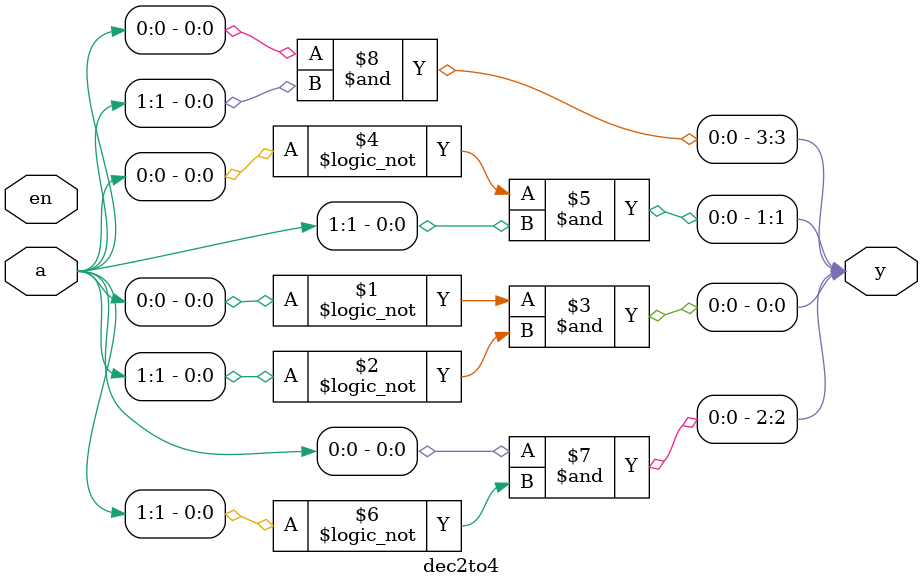
<source format=v>
module dec2to4 (input wire [1:0] a, input wire en, output wire [3:0] y);
  assign y[0] =(!a[0])&(!a[1]);
  assign y[1] = (!a[0])&(a[1]);
  assign y[2] = a[0]&(!a[1]);
  assign y[3] = a[0]&a[1];
endmodule


</source>
